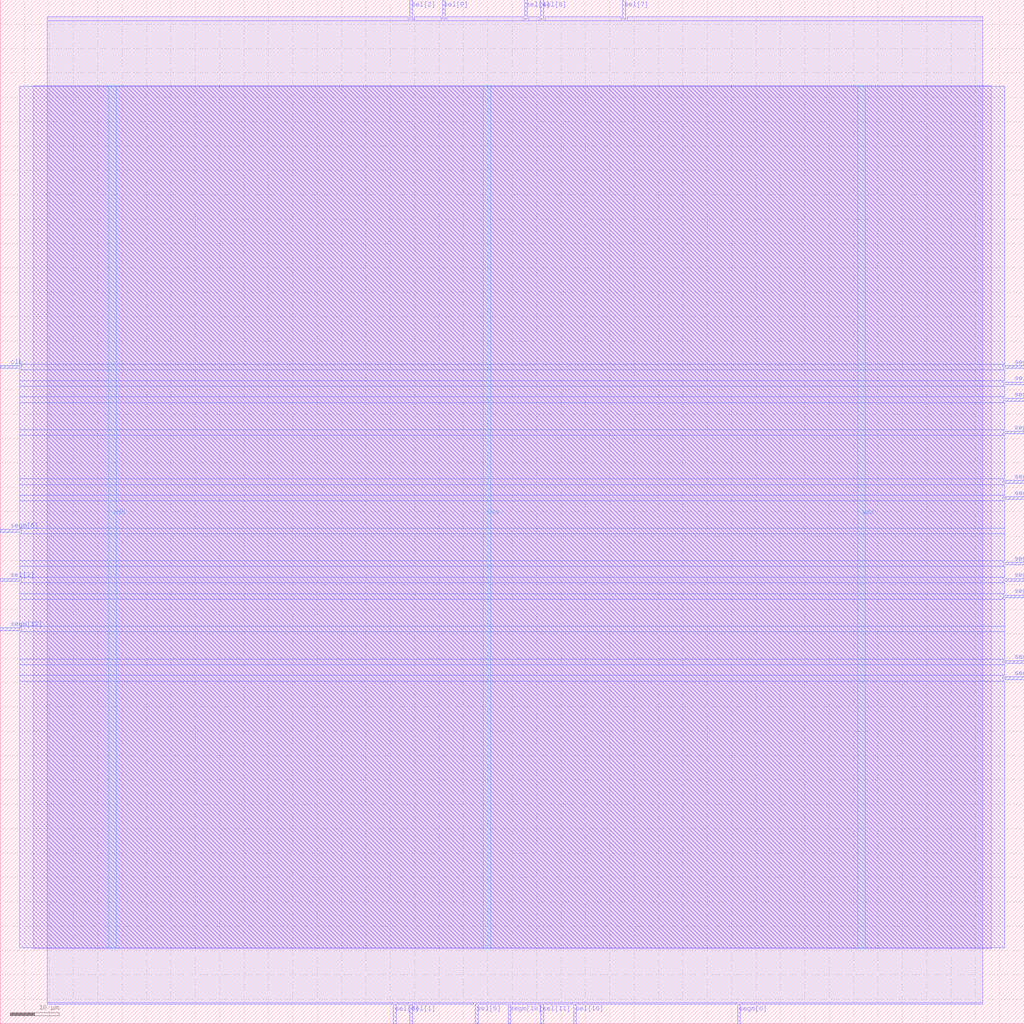
<source format=lef>
VERSION 5.7 ;
  NOWIREEXTENSIONATPIN ON ;
  DIVIDERCHAR "/" ;
  BUSBITCHARS "[]" ;
MACRO ita38
  CLASS BLOCK ;
  FOREIGN ita38 ;
  ORIGIN 0.000 0.000 ;
  SIZE 210.000 BY 210.000 ;
  PIN clk
    DIRECTION INPUT ;
    USE SIGNAL ;
    ANTENNAGATEAREA 4.738000 ;
    ANTENNADIFFAREA 0.410400 ;
    PORT
      LAYER Metal3 ;
        RECT 0.000 134.400 4.000 134.960 ;
    END
  END clk
  PIN segm[0]
    DIRECTION OUTPUT TRISTATE ;
    USE SIGNAL ;
    ANTENNADIFFAREA 0.360800 ;
    PORT
      LAYER Metal2 ;
        RECT 151.200 0.000 151.760 4.000 ;
    END
  END segm[0]
  PIN segm[10]
    DIRECTION OUTPUT TRISTATE ;
    USE SIGNAL ;
    ANTENNADIFFAREA 4.731200 ;
    PORT
      LAYER Metal2 ;
        RECT 104.160 0.000 104.720 4.000 ;
    END
  END segm[10]
  PIN segm[11]
    DIRECTION OUTPUT TRISTATE ;
    USE SIGNAL ;
    ANTENNADIFFAREA 4.731200 ;
    PORT
      LAYER Metal3 ;
        RECT 206.000 90.720 210.000 91.280 ;
    END
  END segm[11]
  PIN segm[12]
    DIRECTION OUTPUT TRISTATE ;
    USE SIGNAL ;
    ANTENNADIFFAREA 4.731200 ;
    PORT
      LAYER Metal3 ;
        RECT 206.000 107.520 210.000 108.080 ;
    END
  END segm[12]
  PIN segm[13]
    DIRECTION OUTPUT TRISTATE ;
    USE SIGNAL ;
    ANTENNADIFFAREA 4.731200 ;
    PORT
      LAYER Metal3 ;
        RECT 0.000 80.640 4.000 81.200 ;
    END
  END segm[13]
  PIN segm[1]
    DIRECTION OUTPUT TRISTATE ;
    USE SIGNAL ;
    ANTENNADIFFAREA 4.731200 ;
    PORT
      LAYER Metal3 ;
        RECT 206.000 70.560 210.000 71.120 ;
    END
  END segm[1]
  PIN segm[2]
    DIRECTION OUTPUT TRISTATE ;
    USE SIGNAL ;
    ANTENNADIFFAREA 0.360800 ;
    PORT
      LAYER Metal3 ;
        RECT 206.000 120.960 210.000 121.520 ;
    END
  END segm[2]
  PIN segm[3]
    DIRECTION OUTPUT TRISTATE ;
    USE SIGNAL ;
    ANTENNADIFFAREA 4.731200 ;
    PORT
      LAYER Metal3 ;
        RECT 206.000 134.400 210.000 134.960 ;
    END
  END segm[3]
  PIN segm[4]
    DIRECTION OUTPUT TRISTATE ;
    USE SIGNAL ;
    ANTENNADIFFAREA 4.731200 ;
    PORT
      LAYER Metal3 ;
        RECT 206.000 73.920 210.000 74.480 ;
    END
  END segm[4]
  PIN segm[5]
    DIRECTION OUTPUT TRISTATE ;
    USE SIGNAL ;
    ANTENNADIFFAREA 4.731200 ;
    PORT
      LAYER Metal3 ;
        RECT 206.000 127.680 210.000 128.240 ;
    END
  END segm[5]
  PIN segm[6]
    DIRECTION OUTPUT TRISTATE ;
    USE SIGNAL ;
    ANTENNADIFFAREA 4.731200 ;
    PORT
      LAYER Metal3 ;
        RECT 0.000 100.800 4.000 101.360 ;
    END
  END segm[6]
  PIN segm[7]
    DIRECTION OUTPUT TRISTATE ;
    USE SIGNAL ;
    ANTENNADIFFAREA 4.731200 ;
    PORT
      LAYER Metal3 ;
        RECT 206.000 110.880 210.000 111.440 ;
    END
  END segm[7]
  PIN segm[8]
    DIRECTION OUTPUT TRISTATE ;
    USE SIGNAL ;
    ANTENNADIFFAREA 4.731200 ;
    PORT
      LAYER Metal3 ;
        RECT 206.000 87.360 210.000 87.920 ;
    END
  END segm[8]
  PIN segm[9]
    DIRECTION OUTPUT TRISTATE ;
    USE SIGNAL ;
    ANTENNADIFFAREA 4.731200 ;
    PORT
      LAYER Metal3 ;
        RECT 206.000 94.080 210.000 94.640 ;
    END
  END segm[9]
  PIN sel[0]
    DIRECTION OUTPUT TRISTATE ;
    USE SIGNAL ;
    ANTENNADIFFAREA 4.731200 ;
    PORT
      LAYER Metal3 ;
        RECT 206.000 131.040 210.000 131.600 ;
    END
  END sel[0]
  PIN sel[10]
    DIRECTION OUTPUT TRISTATE ;
    USE SIGNAL ;
    ANTENNADIFFAREA 4.731200 ;
    PORT
      LAYER Metal2 ;
        RECT 117.600 0.000 118.160 4.000 ;
    END
  END sel[10]
  PIN sel[11]
    DIRECTION OUTPUT TRISTATE ;
    USE SIGNAL ;
    ANTENNADIFFAREA 4.731200 ;
    PORT
      LAYER Metal2 ;
        RECT 110.880 0.000 111.440 4.000 ;
    END
  END sel[11]
  PIN sel[1]
    DIRECTION OUTPUT TRISTATE ;
    USE SIGNAL ;
    ANTENNADIFFAREA 4.731200 ;
    PORT
      LAYER Metal2 ;
        RECT 84.000 0.000 84.560 4.000 ;
    END
  END sel[1]
  PIN sel[2]
    DIRECTION OUTPUT TRISTATE ;
    USE SIGNAL ;
    ANTENNADIFFAREA 4.731200 ;
    PORT
      LAYER Metal2 ;
        RECT 84.000 206.000 84.560 210.000 ;
    END
  END sel[2]
  PIN sel[3]
    DIRECTION OUTPUT TRISTATE ;
    USE SIGNAL ;
    ANTENNADIFFAREA 4.731200 ;
    PORT
      LAYER Metal3 ;
        RECT 0.000 90.720 4.000 91.280 ;
    END
  END sel[3]
  PIN sel[4]
    DIRECTION OUTPUT TRISTATE ;
    USE SIGNAL ;
    ANTENNADIFFAREA 4.731200 ;
    PORT
      LAYER Metal2 ;
        RECT 107.520 206.000 108.080 210.000 ;
    END
  END sel[4]
  PIN sel[5]
    DIRECTION OUTPUT TRISTATE ;
    USE SIGNAL ;
    ANTENNADIFFAREA 4.731200 ;
    PORT
      LAYER Metal2 ;
        RECT 97.440 0.000 98.000 4.000 ;
    END
  END sel[5]
  PIN sel[6]
    DIRECTION OUTPUT TRISTATE ;
    USE SIGNAL ;
    ANTENNADIFFAREA 4.731200 ;
    PORT
      LAYER Metal2 ;
        RECT 80.640 0.000 81.200 4.000 ;
    END
  END sel[6]
  PIN sel[7]
    DIRECTION OUTPUT TRISTATE ;
    USE SIGNAL ;
    ANTENNADIFFAREA 4.731200 ;
    PORT
      LAYER Metal2 ;
        RECT 127.680 206.000 128.240 210.000 ;
    END
  END sel[7]
  PIN sel[8]
    DIRECTION OUTPUT TRISTATE ;
    USE SIGNAL ;
    ANTENNADIFFAREA 4.731200 ;
    PORT
      LAYER Metal2 ;
        RECT 110.880 206.000 111.440 210.000 ;
    END
  END sel[8]
  PIN sel[9]
    DIRECTION OUTPUT TRISTATE ;
    USE SIGNAL ;
    ANTENNADIFFAREA 4.731200 ;
    PORT
      LAYER Metal2 ;
        RECT 90.720 206.000 91.280 210.000 ;
    END
  END sel[9]
  PIN vdd
    DIRECTION INOUT ;
    USE POWER ;
    PORT
      LAYER Metal4 ;
        RECT 22.240 15.380 23.840 192.380 ;
    END
    PORT
      LAYER Metal4 ;
        RECT 175.840 15.380 177.440 192.380 ;
    END
  END vdd
  PIN vss
    DIRECTION INOUT ;
    USE GROUND ;
    PORT
      LAYER Metal4 ;
        RECT 99.040 15.380 100.640 192.380 ;
    END
  END vss
  OBS
      LAYER Metal1 ;
        RECT 6.720 15.380 203.280 192.380 ;
      LAYER Metal2 ;
        RECT 9.660 205.700 83.700 206.500 ;
        RECT 84.860 205.700 90.420 206.500 ;
        RECT 91.580 205.700 107.220 206.500 ;
        RECT 108.380 205.700 110.580 206.500 ;
        RECT 111.740 205.700 127.380 206.500 ;
        RECT 128.540 205.700 201.460 206.500 ;
        RECT 9.660 4.300 201.460 205.700 ;
        RECT 9.660 4.000 80.340 4.300 ;
        RECT 81.500 4.000 83.700 4.300 ;
        RECT 84.860 4.000 97.140 4.300 ;
        RECT 98.300 4.000 103.860 4.300 ;
        RECT 105.020 4.000 110.580 4.300 ;
        RECT 111.740 4.000 117.300 4.300 ;
        RECT 118.460 4.000 150.900 4.300 ;
        RECT 152.060 4.000 201.460 4.300 ;
      LAYER Metal3 ;
        RECT 4.000 135.260 206.000 192.220 ;
        RECT 4.300 134.100 205.700 135.260 ;
        RECT 4.000 131.900 206.000 134.100 ;
        RECT 4.000 130.740 205.700 131.900 ;
        RECT 4.000 128.540 206.000 130.740 ;
        RECT 4.000 127.380 205.700 128.540 ;
        RECT 4.000 121.820 206.000 127.380 ;
        RECT 4.000 120.660 205.700 121.820 ;
        RECT 4.000 111.740 206.000 120.660 ;
        RECT 4.000 110.580 205.700 111.740 ;
        RECT 4.000 108.380 206.000 110.580 ;
        RECT 4.000 107.220 205.700 108.380 ;
        RECT 4.000 101.660 206.000 107.220 ;
        RECT 4.300 100.500 206.000 101.660 ;
        RECT 4.000 94.940 206.000 100.500 ;
        RECT 4.000 93.780 205.700 94.940 ;
        RECT 4.000 91.580 206.000 93.780 ;
        RECT 4.300 90.420 205.700 91.580 ;
        RECT 4.000 88.220 206.000 90.420 ;
        RECT 4.000 87.060 205.700 88.220 ;
        RECT 4.000 81.500 206.000 87.060 ;
        RECT 4.300 80.340 206.000 81.500 ;
        RECT 4.000 74.780 206.000 80.340 ;
        RECT 4.000 73.620 205.700 74.780 ;
        RECT 4.000 71.420 206.000 73.620 ;
        RECT 4.000 70.260 205.700 71.420 ;
        RECT 4.000 15.540 206.000 70.260 ;
  END
END ita38
END LIBRARY


</source>
